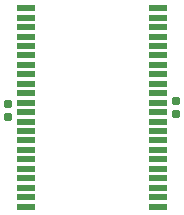
<source format=gbr>
%TF.GenerationSoftware,KiCad,Pcbnew,(6.0.7)*%
%TF.CreationDate,2023-01-29T20:04:43+00:00*%
%TF.ProjectId,DE0_Addon_Board,4445305f-4164-4646-9f6e-5f426f617264,0*%
%TF.SameCoordinates,Original*%
%TF.FileFunction,Paste,Top*%
%TF.FilePolarity,Positive*%
%FSLAX46Y46*%
G04 Gerber Fmt 4.6, Leading zero omitted, Abs format (unit mm)*
G04 Created by KiCad (PCBNEW (6.0.7)) date 2023-01-29 20:04:43*
%MOMM*%
%LPD*%
G01*
G04 APERTURE LIST*
G04 Aperture macros list*
%AMRoundRect*
0 Rectangle with rounded corners*
0 $1 Rounding radius*
0 $2 $3 $4 $5 $6 $7 $8 $9 X,Y pos of 4 corners*
0 Add a 4 corners polygon primitive as box body*
4,1,4,$2,$3,$4,$5,$6,$7,$8,$9,$2,$3,0*
0 Add four circle primitives for the rounded corners*
1,1,$1+$1,$2,$3*
1,1,$1+$1,$4,$5*
1,1,$1+$1,$6,$7*
1,1,$1+$1,$8,$9*
0 Add four rect primitives between the rounded corners*
20,1,$1+$1,$2,$3,$4,$5,0*
20,1,$1+$1,$4,$5,$6,$7,0*
20,1,$1+$1,$6,$7,$8,$9,0*
20,1,$1+$1,$8,$9,$2,$3,0*%
G04 Aperture macros list end*
%ADD10RoundRect,0.155000X-0.155000X0.212500X-0.155000X-0.212500X0.155000X-0.212500X0.155000X0.212500X0*%
%ADD11RoundRect,0.038500X-0.686500X-0.236500X0.686500X-0.236500X0.686500X0.236500X-0.686500X0.236500X0*%
G04 APERTURE END LIST*
D10*
%TO.C,C2*%
X38354000Y-49978500D03*
X38354000Y-51113500D03*
%TD*%
D11*
%TO.C,U1*%
X39851000Y-41892000D03*
X39851000Y-42692000D03*
X39851000Y-43492000D03*
X39851000Y-44292000D03*
X39851000Y-45092000D03*
X39851000Y-45892000D03*
X39851000Y-46692000D03*
X39851000Y-47492000D03*
X39851000Y-48292000D03*
X39851000Y-49092000D03*
X39851000Y-49892000D03*
X39851000Y-50692000D03*
X39851000Y-51492000D03*
X39851000Y-52292000D03*
X39851000Y-53092000D03*
X39851000Y-53892000D03*
X39851000Y-54692000D03*
X39851000Y-55492000D03*
X39851000Y-56292000D03*
X39851000Y-57092000D03*
X39851000Y-57892000D03*
X39851000Y-58692000D03*
X51081000Y-58692000D03*
X51081000Y-57892000D03*
X51081000Y-57092000D03*
X51081000Y-56292000D03*
X51081000Y-55492000D03*
X51081000Y-54692000D03*
X51081000Y-53892000D03*
X51081000Y-53092000D03*
X51081000Y-52292000D03*
X51081000Y-51492000D03*
X51081000Y-50692000D03*
X51081000Y-49892000D03*
X51081000Y-49092000D03*
X51081000Y-48292000D03*
X51081000Y-47492000D03*
X51081000Y-46692000D03*
X51081000Y-45892000D03*
X51081000Y-45092000D03*
X51081000Y-44292000D03*
X51081000Y-43492000D03*
X51081000Y-42692000D03*
X51081000Y-41892000D03*
%TD*%
D10*
%TO.C,C1*%
X52578000Y-49722259D03*
X52578000Y-50857259D03*
%TD*%
M02*

</source>
